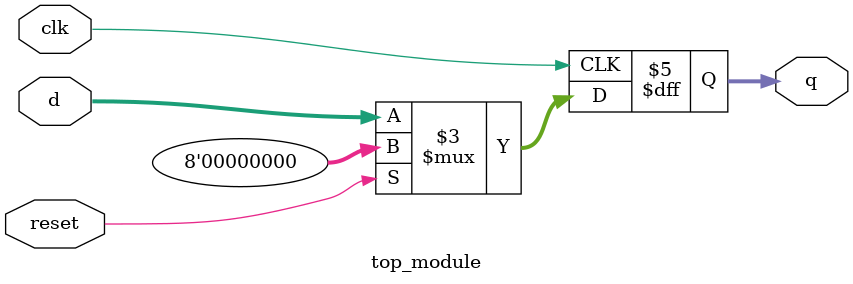
<source format=v>
module top_module (
  input clk,
  input reset,            // Synchronous reset
  input [7:0] d,
  output [7:0] q
);
    
  always @(posedge clk) begin
      
    if (reset)
      q <= 0;
    else
      q <= d;
      
  end

endmodule
</source>
